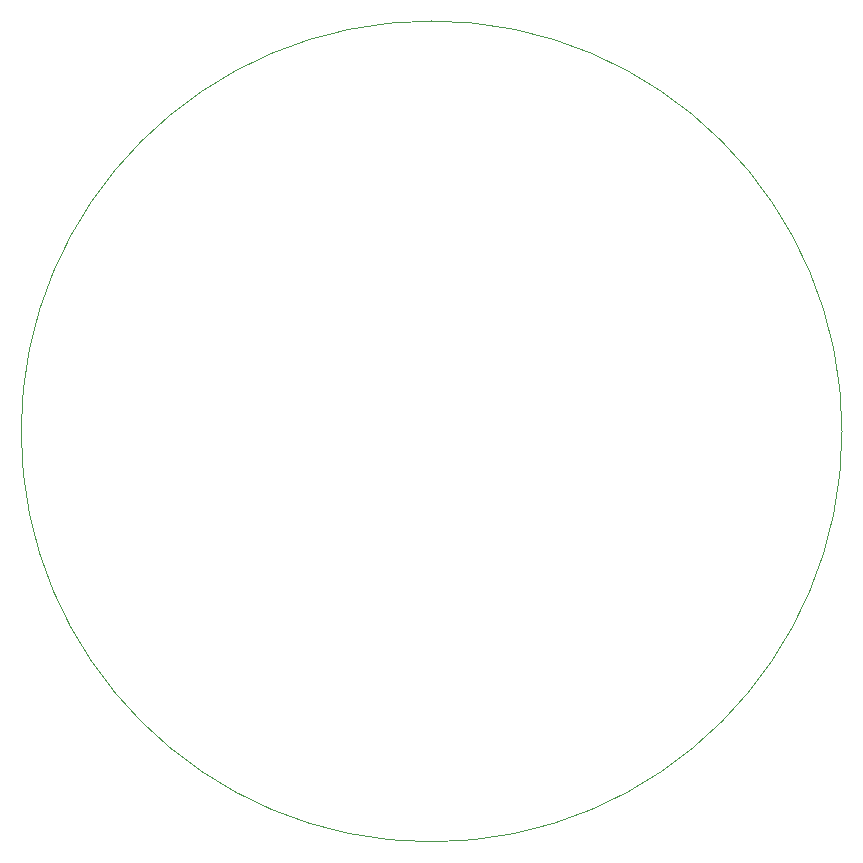
<source format=gm1>
%TF.GenerationSoftware,KiCad,Pcbnew,8.0.2-1*%
%TF.CreationDate,2024-05-14T17:19:14-06:00*%
%TF.ProjectId,seeeduino-xiao-breakout,73656565-6475-4696-9e6f-2d7869616f2d,rev?*%
%TF.SameCoordinates,Original*%
%TF.FileFunction,Profile,NP*%
%FSLAX46Y46*%
G04 Gerber Fmt 4.6, Leading zero omitted, Abs format (unit mm)*
G04 Created by KiCad (PCBNEW 8.0.2-1) date 2024-05-14 17:19:14*
%MOMM*%
%LPD*%
G01*
G04 APERTURE LIST*
%TA.AperFunction,Profile*%
%ADD10C,0.100000*%
%TD*%
G04 APERTURE END LIST*
D10*
X172150000Y-101650000D02*
G75*
G02*
X102650000Y-101650000I-34750000J0D01*
G01*
X102650000Y-101650000D02*
G75*
G02*
X172150000Y-101650000I34750000J0D01*
G01*
M02*

</source>
